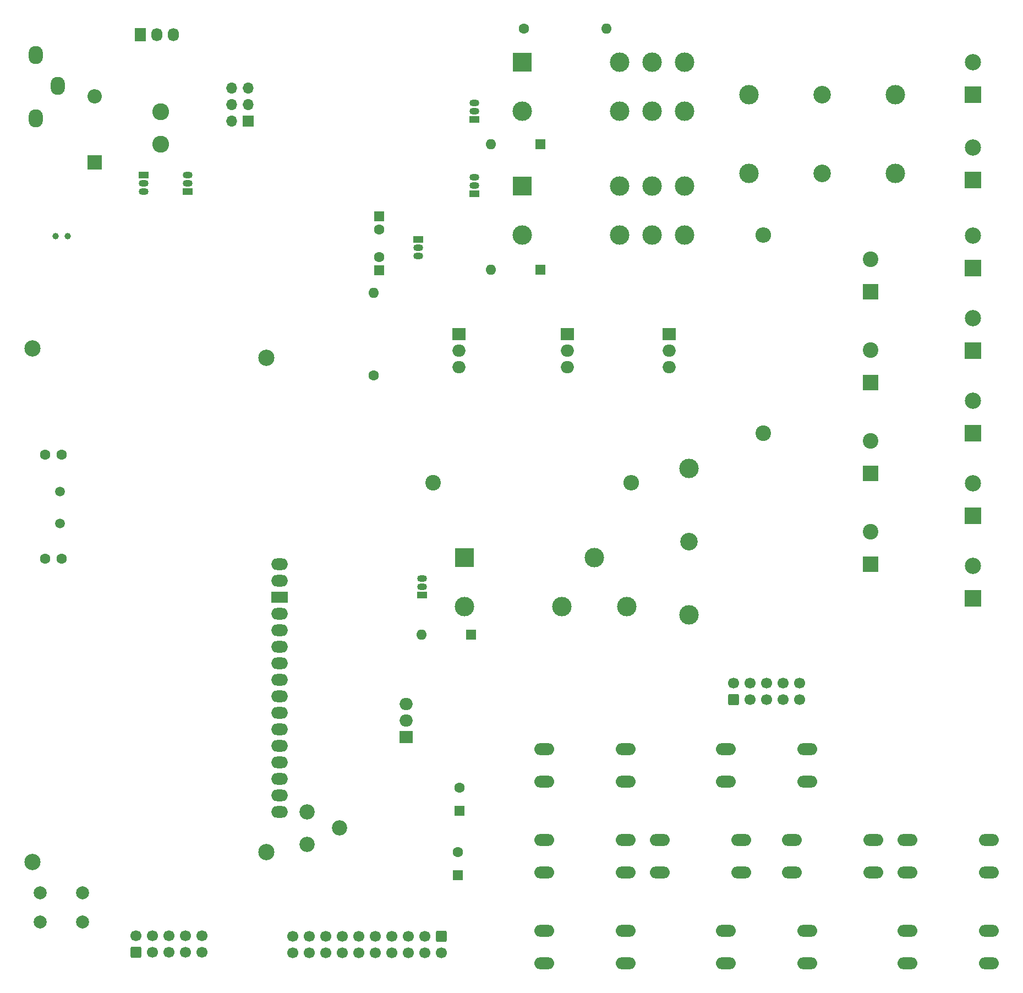
<source format=gbr>
%TF.GenerationSoftware,KiCad,Pcbnew,(6.0.5)*%
%TF.CreationDate,2023-01-24T13:05:23+01:00*%
%TF.ProjectId,Panel,50616e65-6c2e-46b6-9963-61645f706362,rev?*%
%TF.SameCoordinates,Original*%
%TF.FileFunction,Soldermask,Bot*%
%TF.FilePolarity,Negative*%
%FSLAX46Y46*%
G04 Gerber Fmt 4.6, Leading zero omitted, Abs format (unit mm)*
G04 Created by KiCad (PCBNEW (6.0.5)) date 2023-01-24 13:05:23*
%MOMM*%
%LPD*%
G01*
G04 APERTURE LIST*
G04 Aperture macros list*
%AMRoundRect*
0 Rectangle with rounded corners*
0 $1 Rounding radius*
0 $2 $3 $4 $5 $6 $7 $8 $9 X,Y pos of 4 corners*
0 Add a 4 corners polygon primitive as box body*
4,1,4,$2,$3,$4,$5,$6,$7,$8,$9,$2,$3,0*
0 Add four circle primitives for the rounded corners*
1,1,$1+$1,$2,$3*
1,1,$1+$1,$4,$5*
1,1,$1+$1,$6,$7*
1,1,$1+$1,$8,$9*
0 Add four rect primitives between the rounded corners*
20,1,$1+$1,$2,$3,$4,$5,0*
20,1,$1+$1,$4,$5,$6,$7,0*
20,1,$1+$1,$6,$7,$8,$9,0*
20,1,$1+$1,$8,$9,$2,$3,0*%
G04 Aperture macros list end*
%ADD10C,1.500000*%
%ADD11R,1.600000X1.600000*%
%ADD12O,1.600000X1.600000*%
%ADD13O,3.048000X1.850000*%
%ADD14C,2.700000*%
%ADD15C,3.000000*%
%ADD16C,1.600000*%
%ADD17R,2.500000X2.500000*%
%ADD18C,2.500000*%
%ADD19C,2.400000*%
%ADD20O,2.400000X2.400000*%
%ADD21R,1.500000X1.050000*%
%ADD22O,1.500000X1.050000*%
%ADD23R,2.400000X2.400000*%
%ADD24R,1.700000X1.700000*%
%ADD25O,1.700000X1.700000*%
%ADD26R,1.730000X2.030000*%
%ADD27O,1.730000X2.030000*%
%ADD28RoundRect,0.250000X0.600000X-0.600000X0.600000X0.600000X-0.600000X0.600000X-0.600000X-0.600000X0*%
%ADD29C,1.700000*%
%ADD30R,2.000000X1.905000*%
%ADD31O,2.000000X1.905000*%
%ADD32R,2.600000X1.800000*%
%ADD33O,2.600000X1.800000*%
%ADD34C,2.000000*%
%ADD35R,2.200000X2.200000*%
%ADD36O,2.200000X2.200000*%
%ADD37R,3.000000X3.000000*%
%ADD38C,2.600000*%
%ADD39C,2.340000*%
%ADD40C,1.000000*%
%ADD41RoundRect,0.250000X-0.600000X0.600000X-0.600000X-0.600000X0.600000X-0.600000X0.600000X0.600000X0*%
%ADD42O,2.200000X2.800000*%
G04 APERTURE END LIST*
D10*
%TO.C,Y2*%
X25527000Y-94887000D03*
X25527000Y-90007000D03*
%TD*%
D11*
%TO.C,D7*%
X99441000Y-55880000D03*
D12*
X91821000Y-55880000D03*
%TD*%
D13*
%TO.C,SW3*%
X112549000Y-162560000D03*
X100049000Y-162560000D03*
X112549000Y-157560000D03*
X100049000Y-157560000D03*
%TD*%
D14*
%TO.C,F3*%
X142801000Y-41021000D03*
D15*
X154051000Y-41021000D03*
X131551000Y-41021000D03*
%TD*%
D16*
%TO.C,C28*%
X25761000Y-100330000D03*
X23261000Y-100330000D03*
%TD*%
D17*
%TO.C,J9*%
X165981000Y-80986000D03*
D18*
X165981000Y-75986000D03*
%TD*%
D19*
%TO.C,R17*%
X133731000Y-81031000D03*
D20*
X133731000Y-50551000D03*
%TD*%
D19*
%TO.C,R9*%
X82926000Y-88646000D03*
D20*
X113406000Y-88646000D03*
%TD*%
D11*
%TO.C,D4*%
X88773000Y-112014000D03*
D12*
X81153000Y-112014000D03*
%TD*%
D13*
%TO.C,SW8*%
X140489000Y-134620000D03*
X127989000Y-134620000D03*
X140489000Y-129620000D03*
X127989000Y-129620000D03*
%TD*%
D17*
%TO.C,J8*%
X165981000Y-93686000D03*
D18*
X165981000Y-88686000D03*
%TD*%
D21*
%TO.C,Q2*%
X89281000Y-44196000D03*
D22*
X89281000Y-42926000D03*
X89281000Y-41656000D03*
%TD*%
D13*
%TO.C,SW6*%
X150649000Y-148590000D03*
X138149000Y-148590000D03*
X150649000Y-143590000D03*
X138149000Y-143590000D03*
%TD*%
D23*
%TO.C,C14*%
X150241000Y-101129959D03*
D19*
X150241000Y-96129959D03*
%TD*%
D24*
%TO.C,J4*%
X54488000Y-33005000D03*
D25*
X51948000Y-33005000D03*
X54488000Y-30465000D03*
X51948000Y-30465000D03*
X54488000Y-27925000D03*
X51948000Y-27925000D03*
%TD*%
D17*
%TO.C,J7*%
X165981000Y-106386000D03*
D18*
X165981000Y-101386000D03*
%TD*%
D16*
%TO.C,F1*%
X73787000Y-72136000D03*
D12*
X73787000Y-59436000D03*
%TD*%
D26*
%TO.C,J5*%
X37891000Y-19691000D03*
D27*
X40431000Y-19691000D03*
X42971000Y-19691000D03*
%TD*%
D28*
%TO.C,J13*%
X129154000Y-121965000D03*
D29*
X129154000Y-119425000D03*
X131694000Y-121965000D03*
X131694000Y-119425000D03*
X134234000Y-121965000D03*
X134234000Y-119425000D03*
X136774000Y-121965000D03*
X136774000Y-119425000D03*
X139314000Y-121965000D03*
X139314000Y-119425000D03*
%TD*%
D30*
%TO.C,U3*%
X103576000Y-65786000D03*
D31*
X103576000Y-68326000D03*
X103576000Y-70866000D03*
%TD*%
D28*
%TO.C,J12*%
X37211000Y-160899500D03*
D29*
X37211000Y-158359500D03*
X39751000Y-160899500D03*
X39751000Y-158359500D03*
X42291000Y-160899500D03*
X42291000Y-158359500D03*
X44831000Y-160899500D03*
X44831000Y-158359500D03*
X47371000Y-160899500D03*
X47371000Y-158359500D03*
%TD*%
D14*
%TO.C,F2*%
X142801000Y-28956000D03*
D15*
X154051000Y-28956000D03*
X131551000Y-28956000D03*
%TD*%
D13*
%TO.C,SW2*%
X112549000Y-148590000D03*
X100049000Y-148590000D03*
X112549000Y-143590000D03*
X100049000Y-143590000D03*
%TD*%
D18*
%TO.C,U5*%
X21309000Y-146942000D03*
X57309000Y-69442000D03*
X21309000Y-67942000D03*
X57309000Y-145442000D03*
D32*
X59309000Y-106222000D03*
D33*
X59309000Y-108762000D03*
X59309000Y-111302000D03*
X59309000Y-113842000D03*
X59309000Y-116382000D03*
X59309000Y-118922000D03*
X59309000Y-121462000D03*
X59309000Y-124002000D03*
X59309000Y-126542000D03*
X59309000Y-129082000D03*
X59309000Y-131622000D03*
X59309000Y-134162000D03*
X59306460Y-136707080D03*
X59309000Y-139242000D03*
X59309000Y-101142000D03*
X59306460Y-103687080D03*
%TD*%
D13*
%TO.C,SW5*%
X130329000Y-148590000D03*
X117829000Y-148590000D03*
X130329000Y-143590000D03*
X117829000Y-143590000D03*
%TD*%
D23*
%TO.C,C17*%
X150241000Y-59219959D03*
D19*
X150241000Y-54219959D03*
%TD*%
D16*
%TO.C,C27*%
X23261000Y-84328000D03*
X25761000Y-84328000D03*
%TD*%
D23*
%TO.C,C15*%
X150241000Y-87159959D03*
D19*
X150241000Y-82159959D03*
%TD*%
D17*
%TO.C,J2*%
X165981000Y-42056000D03*
D18*
X165981000Y-37056000D03*
%TD*%
D21*
%TO.C,U9*%
X80666000Y-51181000D03*
D22*
X80666000Y-52451000D03*
X80666000Y-53721000D03*
%TD*%
D11*
%TO.C,C23*%
X86995000Y-139066651D03*
D16*
X86995000Y-135566651D03*
%TD*%
D17*
%TO.C,J10*%
X165981000Y-68286000D03*
D18*
X165981000Y-63286000D03*
%TD*%
D30*
%TO.C,U2*%
X119288500Y-65786000D03*
D31*
X119288500Y-68326000D03*
X119288500Y-70866000D03*
%TD*%
D16*
%TO.C,F5*%
X96901000Y-18796000D03*
D12*
X109601000Y-18796000D03*
%TD*%
D13*
%TO.C,SW1*%
X112549000Y-134620000D03*
X100049000Y-134620000D03*
X112549000Y-129620000D03*
X100049000Y-129620000D03*
%TD*%
D21*
%TO.C,Q1*%
X81259000Y-105918000D03*
D22*
X81259000Y-104648000D03*
X81259000Y-103378000D03*
%TD*%
D17*
%TO.C,J11*%
X165981000Y-55586000D03*
D18*
X165981000Y-50586000D03*
%TD*%
D34*
%TO.C,SW10*%
X29031000Y-156174000D03*
X22531000Y-156174000D03*
X29031000Y-151674000D03*
X22531000Y-151674000D03*
%TD*%
D13*
%TO.C,SW7*%
X168429000Y-148590000D03*
X155929000Y-148590000D03*
X168429000Y-143590000D03*
X155929000Y-143590000D03*
%TD*%
%TO.C,SW9*%
X140489000Y-162560000D03*
X127989000Y-162560000D03*
X140489000Y-157560000D03*
X127989000Y-157560000D03*
%TD*%
%TO.C,SW4*%
X168429000Y-162560000D03*
X155929000Y-162560000D03*
X168429000Y-157560000D03*
X155929000Y-157560000D03*
%TD*%
D11*
%TO.C,C35*%
X74676000Y-47685888D03*
D16*
X74676000Y-49685888D03*
%TD*%
D35*
%TO.C,D8*%
X30861000Y-39370000D03*
D36*
X30861000Y-29210000D03*
%TD*%
D21*
%TO.C,Q3*%
X38375000Y-41275000D03*
D22*
X38375000Y-42545000D03*
X38375000Y-43815000D03*
%TD*%
D15*
%TO.C,K1*%
X107733500Y-100178500D03*
X102733500Y-107678500D03*
X112733500Y-107678500D03*
D37*
X87733500Y-100178500D03*
D15*
X87733500Y-107678500D03*
%TD*%
D38*
%TO.C,L1*%
X41021000Y-31536000D03*
X41021000Y-36536000D03*
%TD*%
D39*
%TO.C,RV1*%
X63540000Y-139257000D03*
X68540000Y-141757000D03*
X63540000Y-144257000D03*
%TD*%
D15*
%TO.C,K2*%
X116623500Y-50528500D03*
X116623500Y-43028500D03*
X111623500Y-50528500D03*
X111623500Y-43028500D03*
X121623500Y-43028500D03*
X121623500Y-50528500D03*
D37*
X96623500Y-43028500D03*
D15*
X96623500Y-50528500D03*
%TD*%
D21*
%TO.C,Q5*%
X89281000Y-32766000D03*
D22*
X89281000Y-31496000D03*
X89281000Y-30226000D03*
%TD*%
D11*
%TO.C,C18*%
X74676000Y-55946113D03*
D16*
X74676000Y-53946113D03*
%TD*%
D11*
%TO.C,C22*%
X86741000Y-148972651D03*
D16*
X86741000Y-145472651D03*
%TD*%
D40*
%TO.C,Y1*%
X26731000Y-50716000D03*
X24831000Y-50716000D03*
%TD*%
D14*
%TO.C,F4*%
X122301000Y-97716000D03*
D15*
X122301000Y-108966000D03*
X122301000Y-86466000D03*
%TD*%
%TO.C,K3*%
X116623500Y-31478500D03*
X116623500Y-23978500D03*
X111623500Y-31478500D03*
X111623500Y-23978500D03*
X121623500Y-31478500D03*
X121623500Y-23978500D03*
D37*
X96623500Y-23978500D03*
D15*
X96623500Y-31478500D03*
%TD*%
D41*
%TO.C,J14*%
X84201000Y-158378500D03*
D29*
X84201000Y-160918500D03*
X81661000Y-158378500D03*
X81661000Y-160918500D03*
X79121000Y-158378500D03*
X79121000Y-160918500D03*
X76581000Y-158378500D03*
X76581000Y-160918500D03*
X74041000Y-158378500D03*
X74041000Y-160918500D03*
X71501000Y-158378500D03*
X71501000Y-160918500D03*
X68961000Y-158378500D03*
X68961000Y-160918500D03*
X66421000Y-158378500D03*
X66421000Y-160918500D03*
X63881000Y-158378500D03*
X63881000Y-160918500D03*
X61341000Y-158378500D03*
X61341000Y-160918500D03*
%TD*%
D30*
%TO.C,D15*%
X78796000Y-127762000D03*
D31*
X78796000Y-125222000D03*
X78796000Y-122682000D03*
%TD*%
D42*
%TO.C,BT1*%
X21814500Y-22886000D03*
X21814500Y-32586000D03*
X25214500Y-27586000D03*
%TD*%
D17*
%TO.C,J1*%
X165989000Y-28956000D03*
D18*
X165989000Y-23956000D03*
%TD*%
D11*
%TO.C,D11*%
X99441000Y-36576000D03*
D12*
X91821000Y-36576000D03*
%TD*%
D21*
%TO.C,Q4*%
X45191000Y-43815000D03*
D22*
X45191000Y-42545000D03*
X45191000Y-41275000D03*
%TD*%
D23*
%TO.C,C16*%
X150241000Y-73189959D03*
D19*
X150241000Y-68189959D03*
%TD*%
D30*
%TO.C,U4*%
X86903500Y-65786000D03*
D31*
X86903500Y-68326000D03*
X86903500Y-70866000D03*
%TD*%
M02*

</source>
